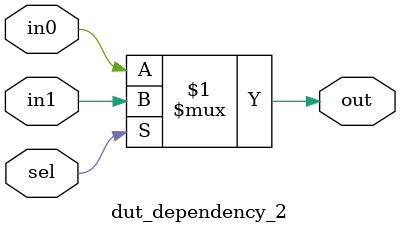
<source format=v>


module dut
(
  in,
  ctrl,
  out
);

  input [7:0] in;
  input [2:0] ctrl;
  output [7:0] out;
  wire [7:0] x;
  wire [7:0] y;

  dut_dependency_2
  ins_17
  (
    .in0(in[7]),
    .in1(1'b0),
    .sel(ctrl[2]),
    .out(x[7])
  );


  dut_dependency_2
  ins_16
  (
    .in0(in[6]),
    .in1(1'b0),
    .sel(ctrl[2]),
    .out(x[6])
  );


  dut_dependency_2
  ins_15
  (
    .in0(in[5]),
    .in1(1'b0),
    .sel(ctrl[2]),
    .out(x[5])
  );


  dut_dependency_2
  ins_14
  (
    .in0(in[4]),
    .in1(1'b0),
    .sel(ctrl[2]),
    .out(x[4])
  );


  dut_dependency_2
  ins_13
  (
    .in0(in[3]),
    .in1(in[7]),
    .sel(ctrl[2]),
    .out(x[3])
  );


  dut_dependency_2
  ins_12
  (
    .in0(in[2]),
    .in1(in[6]),
    .sel(ctrl[2]),
    .out(x[2])
  );


  dut_dependency_2
  ins_11
  (
    .in0(in[1]),
    .in1(in[5]),
    .sel(ctrl[2]),
    .out(x[1])
  );


  dut_dependency_2
  ins_10
  (
    .in0(in[0]),
    .in1(in[4]),
    .sel(ctrl[2]),
    .out(x[0])
  );


  dut_dependency_2
  ins_27
  (
    .in0(x[7]),
    .in1(1'b0),
    .sel(ctrl[1]),
    .out(y[7])
  );


  dut_dependency_2
  ins_26
  (
    .in0(x[6]),
    .in1(1'b0),
    .sel(ctrl[1]),
    .out(y[6])
  );


  dut_dependency_2
  ins_25
  (
    .in0(x[5]),
    .in1(x[7]),
    .sel(ctrl[1]),
    .out(y[5])
  );


  dut_dependency_2
  ins_24
  (
    .in0(x[4]),
    .in1(x[6]),
    .sel(ctrl[1]),
    .out(y[4])
  );


  dut_dependency_2
  ins_23
  (
    .in0(x[3]),
    .in1(x[5]),
    .sel(ctrl[1]),
    .out(y[3])
  );


  dut_dependency_2
  ins_22
  (
    .in0(x[2]),
    .in1(x[4]),
    .sel(ctrl[1]),
    .out(y[2])
  );


  dut_dependency_2
  ins_21
  (
    .in0(x[1]),
    .in1(x[3]),
    .sel(ctrl[1]),
    .out(y[1])
  );


  dut_dependency_2
  ins_20
  (
    .in0(x[0]),
    .in1(x[2]),
    .sel(ctrl[1]),
    .out(y[0])
  );


  dut_dependency_2
  ins_07
  (
    .in0(y[7]),
    .in1(1'b0),
    .sel(ctrl[0]),
    .out(out[7])
  );


  dut_dependency_2
  ins_06
  (
    .in0(y[6]),
    .in1(y[7]),
    .sel(ctrl[0]),
    .out(out[6])
  );


  dut_dependency_2
  ins_05
  (
    .in0(y[5]),
    .in1(y[6]),
    .sel(ctrl[0]),
    .out(out[5])
  );


  dut_dependency_2
  ins_04
  (
    .in0(y[4]),
    .in1(y[5]),
    .sel(ctrl[0]),
    .out(out[4])
  );


  dut_dependency_2
  ins_03
  (
    .in0(y[3]),
    .in1(y[4]),
    .sel(ctrl[0]),
    .out(out[3])
  );


  dut_dependency_2
  ins_02
  (
    .in0(y[2]),
    .in1(y[3]),
    .sel(ctrl[0]),
    .out(out[2])
  );


  dut_dependency_2
  ins_01
  (
    .in0(y[1]),
    .in1(y[2]),
    .sel(ctrl[0]),
    .out(out[1])
  );


  dut_dependency_2
  ins_00
  (
    .in0(y[0]),
    .in1(y[1]),
    .sel(ctrl[0]),
    .out(out[0])
  );


endmodule



module dut_dependency_2
(
  in0,
  in1,
  sel,
  out
);

  input in0;
  input in1;
  input sel;
  output out;
  assign out = (sel)? in1 : in0;

endmodule


</source>
